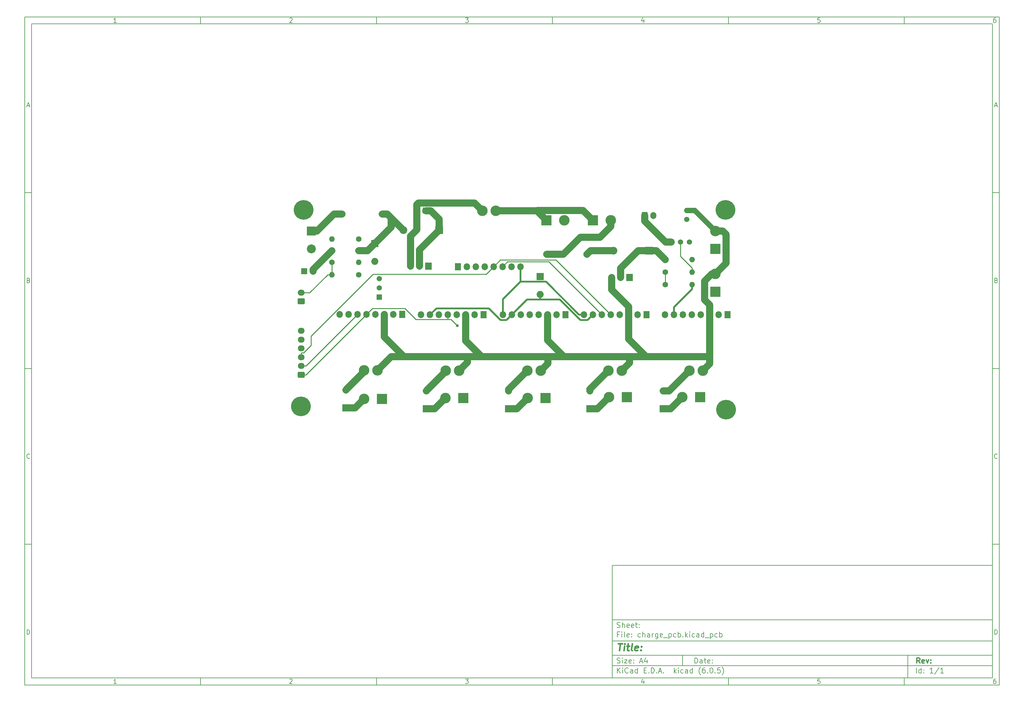
<source format=gbl>
G04 #@! TF.GenerationSoftware,KiCad,Pcbnew,(6.0.5)*
G04 #@! TF.CreationDate,2023-12-06T19:00:39+01:00*
G04 #@! TF.ProjectId,charge_pcb,63686172-6765-45f7-9063-622e6b696361,rev?*
G04 #@! TF.SameCoordinates,Original*
G04 #@! TF.FileFunction,Copper,L2,Bot*
G04 #@! TF.FilePolarity,Positive*
%FSLAX46Y46*%
G04 Gerber Fmt 4.6, Leading zero omitted, Abs format (unit mm)*
G04 Created by KiCad (PCBNEW (6.0.5)) date 2023-12-06 19:00:39*
%MOMM*%
%LPD*%
G01*
G04 APERTURE LIST*
G04 Aperture macros list*
%AMRoundRect*
0 Rectangle with rounded corners*
0 $1 Rounding radius*
0 $2 $3 $4 $5 $6 $7 $8 $9 X,Y pos of 4 corners*
0 Add a 4 corners polygon primitive as box body*
4,1,4,$2,$3,$4,$5,$6,$7,$8,$9,$2,$3,0*
0 Add four circle primitives for the rounded corners*
1,1,$1+$1,$2,$3*
1,1,$1+$1,$4,$5*
1,1,$1+$1,$6,$7*
1,1,$1+$1,$8,$9*
0 Add four rect primitives between the rounded corners*
20,1,$1+$1,$2,$3,$4,$5,0*
20,1,$1+$1,$4,$5,$6,$7,0*
20,1,$1+$1,$6,$7,$8,$9,0*
20,1,$1+$1,$8,$9,$2,$3,0*%
G04 Aperture macros list end*
%ADD10C,0.100000*%
%ADD11C,0.150000*%
%ADD12C,0.300000*%
%ADD13C,0.400000*%
G04 #@! TA.AperFunction,ComponentPad*
%ADD14R,2.540000X2.540000*%
G04 #@! TD*
G04 #@! TA.AperFunction,ComponentPad*
%ADD15C,2.540000*%
G04 #@! TD*
G04 #@! TA.AperFunction,ComponentPad*
%ADD16C,1.501140*%
G04 #@! TD*
G04 #@! TA.AperFunction,ComponentPad*
%ADD17R,2.000000X2.000000*%
G04 #@! TD*
G04 #@! TA.AperFunction,ComponentPad*
%ADD18O,2.000000X2.000000*%
G04 #@! TD*
G04 #@! TA.AperFunction,ComponentPad*
%ADD19C,2.000000*%
G04 #@! TD*
G04 #@! TA.AperFunction,ComponentPad*
%ADD20R,3.000000X3.000000*%
G04 #@! TD*
G04 #@! TA.AperFunction,ComponentPad*
%ADD21C,3.000000*%
G04 #@! TD*
G04 #@! TA.AperFunction,ComponentPad*
%ADD22R,1.500000X1.500000*%
G04 #@! TD*
G04 #@! TA.AperFunction,ComponentPad*
%ADD23C,1.500000*%
G04 #@! TD*
G04 #@! TA.AperFunction,ComponentPad*
%ADD24C,1.600000*%
G04 #@! TD*
G04 #@! TA.AperFunction,ComponentPad*
%ADD25O,1.600000X1.600000*%
G04 #@! TD*
G04 #@! TA.AperFunction,ConnectorPad*
%ADD26C,5.600000*%
G04 #@! TD*
G04 #@! TA.AperFunction,ComponentPad*
%ADD27C,3.600000*%
G04 #@! TD*
G04 #@! TA.AperFunction,ComponentPad*
%ADD28R,1.905000X2.000000*%
G04 #@! TD*
G04 #@! TA.AperFunction,ComponentPad*
%ADD29O,1.905000X2.000000*%
G04 #@! TD*
G04 #@! TA.AperFunction,ComponentPad*
%ADD30RoundRect,0.250000X0.725000X-0.600000X0.725000X0.600000X-0.725000X0.600000X-0.725000X-0.600000X0*%
G04 #@! TD*
G04 #@! TA.AperFunction,ComponentPad*
%ADD31O,1.950000X1.700000*%
G04 #@! TD*
G04 #@! TA.AperFunction,ComponentPad*
%ADD32RoundRect,0.250000X0.750000X-0.600000X0.750000X0.600000X-0.750000X0.600000X-0.750000X-0.600000X0*%
G04 #@! TD*
G04 #@! TA.AperFunction,ComponentPad*
%ADD33O,2.000000X1.700000*%
G04 #@! TD*
G04 #@! TA.AperFunction,ComponentPad*
%ADD34RoundRect,0.250000X-0.600000X-0.750000X0.600000X-0.750000X0.600000X0.750000X-0.600000X0.750000X0*%
G04 #@! TD*
G04 #@! TA.AperFunction,ComponentPad*
%ADD35O,1.700000X2.000000*%
G04 #@! TD*
G04 #@! TA.AperFunction,ComponentPad*
%ADD36R,1.800000X2.000000*%
G04 #@! TD*
G04 #@! TA.AperFunction,ComponentPad*
%ADD37O,1.800000X2.000000*%
G04 #@! TD*
G04 #@! TA.AperFunction,ComponentPad*
%ADD38O,3.000000X3.000000*%
G04 #@! TD*
G04 #@! TA.AperFunction,ComponentPad*
%ADD39R,1.700000X1.700000*%
G04 #@! TD*
G04 #@! TA.AperFunction,ComponentPad*
%ADD40O,1.700000X1.700000*%
G04 #@! TD*
G04 #@! TA.AperFunction,ComponentPad*
%ADD41R,1.800000X1.800000*%
G04 #@! TD*
G04 #@! TA.AperFunction,ComponentPad*
%ADD42C,1.800000*%
G04 #@! TD*
G04 #@! TA.AperFunction,ComponentPad*
%ADD43R,2.200000X2.200000*%
G04 #@! TD*
G04 #@! TA.AperFunction,ComponentPad*
%ADD44O,2.200000X2.200000*%
G04 #@! TD*
G04 #@! TA.AperFunction,ViaPad*
%ADD45C,0.800000*%
G04 #@! TD*
G04 #@! TA.AperFunction,Conductor*
%ADD46C,1.500000*%
G04 #@! TD*
G04 #@! TA.AperFunction,Conductor*
%ADD47C,2.000000*%
G04 #@! TD*
G04 #@! TA.AperFunction,Conductor*
%ADD48C,0.254000*%
G04 #@! TD*
G04 #@! TA.AperFunction,Conductor*
%ADD49C,0.500000*%
G04 #@! TD*
G04 APERTURE END LIST*
D10*
D11*
X177002200Y-166007200D02*
X177002200Y-198007200D01*
X285002200Y-198007200D01*
X285002200Y-166007200D01*
X177002200Y-166007200D01*
D10*
D11*
X10000000Y-10000000D02*
X10000000Y-200007200D01*
X287002200Y-200007200D01*
X287002200Y-10000000D01*
X10000000Y-10000000D01*
D10*
D11*
X12000000Y-12000000D02*
X12000000Y-198007200D01*
X285002200Y-198007200D01*
X285002200Y-12000000D01*
X12000000Y-12000000D01*
D10*
D11*
X60000000Y-12000000D02*
X60000000Y-10000000D01*
D10*
D11*
X110000000Y-12000000D02*
X110000000Y-10000000D01*
D10*
D11*
X160000000Y-12000000D02*
X160000000Y-10000000D01*
D10*
D11*
X210000000Y-12000000D02*
X210000000Y-10000000D01*
D10*
D11*
X260000000Y-12000000D02*
X260000000Y-10000000D01*
D10*
D11*
X36065476Y-11588095D02*
X35322619Y-11588095D01*
X35694047Y-11588095D02*
X35694047Y-10288095D01*
X35570238Y-10473809D01*
X35446428Y-10597619D01*
X35322619Y-10659523D01*
D10*
D11*
X85322619Y-10411904D02*
X85384523Y-10350000D01*
X85508333Y-10288095D01*
X85817857Y-10288095D01*
X85941666Y-10350000D01*
X86003571Y-10411904D01*
X86065476Y-10535714D01*
X86065476Y-10659523D01*
X86003571Y-10845238D01*
X85260714Y-11588095D01*
X86065476Y-11588095D01*
D10*
D11*
X135260714Y-10288095D02*
X136065476Y-10288095D01*
X135632142Y-10783333D01*
X135817857Y-10783333D01*
X135941666Y-10845238D01*
X136003571Y-10907142D01*
X136065476Y-11030952D01*
X136065476Y-11340476D01*
X136003571Y-11464285D01*
X135941666Y-11526190D01*
X135817857Y-11588095D01*
X135446428Y-11588095D01*
X135322619Y-11526190D01*
X135260714Y-11464285D01*
D10*
D11*
X185941666Y-10721428D02*
X185941666Y-11588095D01*
X185632142Y-10226190D02*
X185322619Y-11154761D01*
X186127380Y-11154761D01*
D10*
D11*
X236003571Y-10288095D02*
X235384523Y-10288095D01*
X235322619Y-10907142D01*
X235384523Y-10845238D01*
X235508333Y-10783333D01*
X235817857Y-10783333D01*
X235941666Y-10845238D01*
X236003571Y-10907142D01*
X236065476Y-11030952D01*
X236065476Y-11340476D01*
X236003571Y-11464285D01*
X235941666Y-11526190D01*
X235817857Y-11588095D01*
X235508333Y-11588095D01*
X235384523Y-11526190D01*
X235322619Y-11464285D01*
D10*
D11*
X285941666Y-10288095D02*
X285694047Y-10288095D01*
X285570238Y-10350000D01*
X285508333Y-10411904D01*
X285384523Y-10597619D01*
X285322619Y-10845238D01*
X285322619Y-11340476D01*
X285384523Y-11464285D01*
X285446428Y-11526190D01*
X285570238Y-11588095D01*
X285817857Y-11588095D01*
X285941666Y-11526190D01*
X286003571Y-11464285D01*
X286065476Y-11340476D01*
X286065476Y-11030952D01*
X286003571Y-10907142D01*
X285941666Y-10845238D01*
X285817857Y-10783333D01*
X285570238Y-10783333D01*
X285446428Y-10845238D01*
X285384523Y-10907142D01*
X285322619Y-11030952D01*
D10*
D11*
X60000000Y-198007200D02*
X60000000Y-200007200D01*
D10*
D11*
X110000000Y-198007200D02*
X110000000Y-200007200D01*
D10*
D11*
X160000000Y-198007200D02*
X160000000Y-200007200D01*
D10*
D11*
X210000000Y-198007200D02*
X210000000Y-200007200D01*
D10*
D11*
X260000000Y-198007200D02*
X260000000Y-200007200D01*
D10*
D11*
X36065476Y-199595295D02*
X35322619Y-199595295D01*
X35694047Y-199595295D02*
X35694047Y-198295295D01*
X35570238Y-198481009D01*
X35446428Y-198604819D01*
X35322619Y-198666723D01*
D10*
D11*
X85322619Y-198419104D02*
X85384523Y-198357200D01*
X85508333Y-198295295D01*
X85817857Y-198295295D01*
X85941666Y-198357200D01*
X86003571Y-198419104D01*
X86065476Y-198542914D01*
X86065476Y-198666723D01*
X86003571Y-198852438D01*
X85260714Y-199595295D01*
X86065476Y-199595295D01*
D10*
D11*
X135260714Y-198295295D02*
X136065476Y-198295295D01*
X135632142Y-198790533D01*
X135817857Y-198790533D01*
X135941666Y-198852438D01*
X136003571Y-198914342D01*
X136065476Y-199038152D01*
X136065476Y-199347676D01*
X136003571Y-199471485D01*
X135941666Y-199533390D01*
X135817857Y-199595295D01*
X135446428Y-199595295D01*
X135322619Y-199533390D01*
X135260714Y-199471485D01*
D10*
D11*
X185941666Y-198728628D02*
X185941666Y-199595295D01*
X185632142Y-198233390D02*
X185322619Y-199161961D01*
X186127380Y-199161961D01*
D10*
D11*
X236003571Y-198295295D02*
X235384523Y-198295295D01*
X235322619Y-198914342D01*
X235384523Y-198852438D01*
X235508333Y-198790533D01*
X235817857Y-198790533D01*
X235941666Y-198852438D01*
X236003571Y-198914342D01*
X236065476Y-199038152D01*
X236065476Y-199347676D01*
X236003571Y-199471485D01*
X235941666Y-199533390D01*
X235817857Y-199595295D01*
X235508333Y-199595295D01*
X235384523Y-199533390D01*
X235322619Y-199471485D01*
D10*
D11*
X285941666Y-198295295D02*
X285694047Y-198295295D01*
X285570238Y-198357200D01*
X285508333Y-198419104D01*
X285384523Y-198604819D01*
X285322619Y-198852438D01*
X285322619Y-199347676D01*
X285384523Y-199471485D01*
X285446428Y-199533390D01*
X285570238Y-199595295D01*
X285817857Y-199595295D01*
X285941666Y-199533390D01*
X286003571Y-199471485D01*
X286065476Y-199347676D01*
X286065476Y-199038152D01*
X286003571Y-198914342D01*
X285941666Y-198852438D01*
X285817857Y-198790533D01*
X285570238Y-198790533D01*
X285446428Y-198852438D01*
X285384523Y-198914342D01*
X285322619Y-199038152D01*
D10*
D11*
X10000000Y-60000000D02*
X12000000Y-60000000D01*
D10*
D11*
X10000000Y-110000000D02*
X12000000Y-110000000D01*
D10*
D11*
X10000000Y-160000000D02*
X12000000Y-160000000D01*
D10*
D11*
X10690476Y-35216666D02*
X11309523Y-35216666D01*
X10566666Y-35588095D02*
X11000000Y-34288095D01*
X11433333Y-35588095D01*
D10*
D11*
X11092857Y-84907142D02*
X11278571Y-84969047D01*
X11340476Y-85030952D01*
X11402380Y-85154761D01*
X11402380Y-85340476D01*
X11340476Y-85464285D01*
X11278571Y-85526190D01*
X11154761Y-85588095D01*
X10659523Y-85588095D01*
X10659523Y-84288095D01*
X11092857Y-84288095D01*
X11216666Y-84350000D01*
X11278571Y-84411904D01*
X11340476Y-84535714D01*
X11340476Y-84659523D01*
X11278571Y-84783333D01*
X11216666Y-84845238D01*
X11092857Y-84907142D01*
X10659523Y-84907142D01*
D10*
D11*
X11402380Y-135464285D02*
X11340476Y-135526190D01*
X11154761Y-135588095D01*
X11030952Y-135588095D01*
X10845238Y-135526190D01*
X10721428Y-135402380D01*
X10659523Y-135278571D01*
X10597619Y-135030952D01*
X10597619Y-134845238D01*
X10659523Y-134597619D01*
X10721428Y-134473809D01*
X10845238Y-134350000D01*
X11030952Y-134288095D01*
X11154761Y-134288095D01*
X11340476Y-134350000D01*
X11402380Y-134411904D01*
D10*
D11*
X10659523Y-185588095D02*
X10659523Y-184288095D01*
X10969047Y-184288095D01*
X11154761Y-184350000D01*
X11278571Y-184473809D01*
X11340476Y-184597619D01*
X11402380Y-184845238D01*
X11402380Y-185030952D01*
X11340476Y-185278571D01*
X11278571Y-185402380D01*
X11154761Y-185526190D01*
X10969047Y-185588095D01*
X10659523Y-185588095D01*
D10*
D11*
X287002200Y-60000000D02*
X285002200Y-60000000D01*
D10*
D11*
X287002200Y-110000000D02*
X285002200Y-110000000D01*
D10*
D11*
X287002200Y-160000000D02*
X285002200Y-160000000D01*
D10*
D11*
X285692676Y-35216666D02*
X286311723Y-35216666D01*
X285568866Y-35588095D02*
X286002200Y-34288095D01*
X286435533Y-35588095D01*
D10*
D11*
X286095057Y-84907142D02*
X286280771Y-84969047D01*
X286342676Y-85030952D01*
X286404580Y-85154761D01*
X286404580Y-85340476D01*
X286342676Y-85464285D01*
X286280771Y-85526190D01*
X286156961Y-85588095D01*
X285661723Y-85588095D01*
X285661723Y-84288095D01*
X286095057Y-84288095D01*
X286218866Y-84350000D01*
X286280771Y-84411904D01*
X286342676Y-84535714D01*
X286342676Y-84659523D01*
X286280771Y-84783333D01*
X286218866Y-84845238D01*
X286095057Y-84907142D01*
X285661723Y-84907142D01*
D10*
D11*
X286404580Y-135464285D02*
X286342676Y-135526190D01*
X286156961Y-135588095D01*
X286033152Y-135588095D01*
X285847438Y-135526190D01*
X285723628Y-135402380D01*
X285661723Y-135278571D01*
X285599819Y-135030952D01*
X285599819Y-134845238D01*
X285661723Y-134597619D01*
X285723628Y-134473809D01*
X285847438Y-134350000D01*
X286033152Y-134288095D01*
X286156961Y-134288095D01*
X286342676Y-134350000D01*
X286404580Y-134411904D01*
D10*
D11*
X285661723Y-185588095D02*
X285661723Y-184288095D01*
X285971247Y-184288095D01*
X286156961Y-184350000D01*
X286280771Y-184473809D01*
X286342676Y-184597619D01*
X286404580Y-184845238D01*
X286404580Y-185030952D01*
X286342676Y-185278571D01*
X286280771Y-185402380D01*
X286156961Y-185526190D01*
X285971247Y-185588095D01*
X285661723Y-185588095D01*
D10*
D11*
X200434342Y-193785771D02*
X200434342Y-192285771D01*
X200791485Y-192285771D01*
X201005771Y-192357200D01*
X201148628Y-192500057D01*
X201220057Y-192642914D01*
X201291485Y-192928628D01*
X201291485Y-193142914D01*
X201220057Y-193428628D01*
X201148628Y-193571485D01*
X201005771Y-193714342D01*
X200791485Y-193785771D01*
X200434342Y-193785771D01*
X202577200Y-193785771D02*
X202577200Y-193000057D01*
X202505771Y-192857200D01*
X202362914Y-192785771D01*
X202077200Y-192785771D01*
X201934342Y-192857200D01*
X202577200Y-193714342D02*
X202434342Y-193785771D01*
X202077200Y-193785771D01*
X201934342Y-193714342D01*
X201862914Y-193571485D01*
X201862914Y-193428628D01*
X201934342Y-193285771D01*
X202077200Y-193214342D01*
X202434342Y-193214342D01*
X202577200Y-193142914D01*
X203077200Y-192785771D02*
X203648628Y-192785771D01*
X203291485Y-192285771D02*
X203291485Y-193571485D01*
X203362914Y-193714342D01*
X203505771Y-193785771D01*
X203648628Y-193785771D01*
X204720057Y-193714342D02*
X204577200Y-193785771D01*
X204291485Y-193785771D01*
X204148628Y-193714342D01*
X204077200Y-193571485D01*
X204077200Y-193000057D01*
X204148628Y-192857200D01*
X204291485Y-192785771D01*
X204577200Y-192785771D01*
X204720057Y-192857200D01*
X204791485Y-193000057D01*
X204791485Y-193142914D01*
X204077200Y-193285771D01*
X205434342Y-193642914D02*
X205505771Y-193714342D01*
X205434342Y-193785771D01*
X205362914Y-193714342D01*
X205434342Y-193642914D01*
X205434342Y-193785771D01*
X205434342Y-192857200D02*
X205505771Y-192928628D01*
X205434342Y-193000057D01*
X205362914Y-192928628D01*
X205434342Y-192857200D01*
X205434342Y-193000057D01*
D10*
D11*
X177002200Y-194507200D02*
X285002200Y-194507200D01*
D10*
D11*
X178434342Y-196585771D02*
X178434342Y-195085771D01*
X179291485Y-196585771D02*
X178648628Y-195728628D01*
X179291485Y-195085771D02*
X178434342Y-195942914D01*
X179934342Y-196585771D02*
X179934342Y-195585771D01*
X179934342Y-195085771D02*
X179862914Y-195157200D01*
X179934342Y-195228628D01*
X180005771Y-195157200D01*
X179934342Y-195085771D01*
X179934342Y-195228628D01*
X181505771Y-196442914D02*
X181434342Y-196514342D01*
X181220057Y-196585771D01*
X181077200Y-196585771D01*
X180862914Y-196514342D01*
X180720057Y-196371485D01*
X180648628Y-196228628D01*
X180577200Y-195942914D01*
X180577200Y-195728628D01*
X180648628Y-195442914D01*
X180720057Y-195300057D01*
X180862914Y-195157200D01*
X181077200Y-195085771D01*
X181220057Y-195085771D01*
X181434342Y-195157200D01*
X181505771Y-195228628D01*
X182791485Y-196585771D02*
X182791485Y-195800057D01*
X182720057Y-195657200D01*
X182577200Y-195585771D01*
X182291485Y-195585771D01*
X182148628Y-195657200D01*
X182791485Y-196514342D02*
X182648628Y-196585771D01*
X182291485Y-196585771D01*
X182148628Y-196514342D01*
X182077200Y-196371485D01*
X182077200Y-196228628D01*
X182148628Y-196085771D01*
X182291485Y-196014342D01*
X182648628Y-196014342D01*
X182791485Y-195942914D01*
X184148628Y-196585771D02*
X184148628Y-195085771D01*
X184148628Y-196514342D02*
X184005771Y-196585771D01*
X183720057Y-196585771D01*
X183577200Y-196514342D01*
X183505771Y-196442914D01*
X183434342Y-196300057D01*
X183434342Y-195871485D01*
X183505771Y-195728628D01*
X183577200Y-195657200D01*
X183720057Y-195585771D01*
X184005771Y-195585771D01*
X184148628Y-195657200D01*
X186005771Y-195800057D02*
X186505771Y-195800057D01*
X186720057Y-196585771D02*
X186005771Y-196585771D01*
X186005771Y-195085771D01*
X186720057Y-195085771D01*
X187362914Y-196442914D02*
X187434342Y-196514342D01*
X187362914Y-196585771D01*
X187291485Y-196514342D01*
X187362914Y-196442914D01*
X187362914Y-196585771D01*
X188077200Y-196585771D02*
X188077200Y-195085771D01*
X188434342Y-195085771D01*
X188648628Y-195157200D01*
X188791485Y-195300057D01*
X188862914Y-195442914D01*
X188934342Y-195728628D01*
X188934342Y-195942914D01*
X188862914Y-196228628D01*
X188791485Y-196371485D01*
X188648628Y-196514342D01*
X188434342Y-196585771D01*
X188077200Y-196585771D01*
X189577200Y-196442914D02*
X189648628Y-196514342D01*
X189577200Y-196585771D01*
X189505771Y-196514342D01*
X189577200Y-196442914D01*
X189577200Y-196585771D01*
X190220057Y-196157200D02*
X190934342Y-196157200D01*
X190077200Y-196585771D02*
X190577200Y-195085771D01*
X191077200Y-196585771D01*
X191577200Y-196442914D02*
X191648628Y-196514342D01*
X191577200Y-196585771D01*
X191505771Y-196514342D01*
X191577200Y-196442914D01*
X191577200Y-196585771D01*
X194577200Y-196585771D02*
X194577200Y-195085771D01*
X194720057Y-196014342D02*
X195148628Y-196585771D01*
X195148628Y-195585771D02*
X194577200Y-196157200D01*
X195791485Y-196585771D02*
X195791485Y-195585771D01*
X195791485Y-195085771D02*
X195720057Y-195157200D01*
X195791485Y-195228628D01*
X195862914Y-195157200D01*
X195791485Y-195085771D01*
X195791485Y-195228628D01*
X197148628Y-196514342D02*
X197005771Y-196585771D01*
X196720057Y-196585771D01*
X196577200Y-196514342D01*
X196505771Y-196442914D01*
X196434342Y-196300057D01*
X196434342Y-195871485D01*
X196505771Y-195728628D01*
X196577200Y-195657200D01*
X196720057Y-195585771D01*
X197005771Y-195585771D01*
X197148628Y-195657200D01*
X198434342Y-196585771D02*
X198434342Y-195800057D01*
X198362914Y-195657200D01*
X198220057Y-195585771D01*
X197934342Y-195585771D01*
X197791485Y-195657200D01*
X198434342Y-196514342D02*
X198291485Y-196585771D01*
X197934342Y-196585771D01*
X197791485Y-196514342D01*
X197720057Y-196371485D01*
X197720057Y-196228628D01*
X197791485Y-196085771D01*
X197934342Y-196014342D01*
X198291485Y-196014342D01*
X198434342Y-195942914D01*
X199791485Y-196585771D02*
X199791485Y-195085771D01*
X199791485Y-196514342D02*
X199648628Y-196585771D01*
X199362914Y-196585771D01*
X199220057Y-196514342D01*
X199148628Y-196442914D01*
X199077200Y-196300057D01*
X199077200Y-195871485D01*
X199148628Y-195728628D01*
X199220057Y-195657200D01*
X199362914Y-195585771D01*
X199648628Y-195585771D01*
X199791485Y-195657200D01*
X202077200Y-197157200D02*
X202005771Y-197085771D01*
X201862914Y-196871485D01*
X201791485Y-196728628D01*
X201720057Y-196514342D01*
X201648628Y-196157200D01*
X201648628Y-195871485D01*
X201720057Y-195514342D01*
X201791485Y-195300057D01*
X201862914Y-195157200D01*
X202005771Y-194942914D01*
X202077200Y-194871485D01*
X203291485Y-195085771D02*
X203005771Y-195085771D01*
X202862914Y-195157200D01*
X202791485Y-195228628D01*
X202648628Y-195442914D01*
X202577200Y-195728628D01*
X202577200Y-196300057D01*
X202648628Y-196442914D01*
X202720057Y-196514342D01*
X202862914Y-196585771D01*
X203148628Y-196585771D01*
X203291485Y-196514342D01*
X203362914Y-196442914D01*
X203434342Y-196300057D01*
X203434342Y-195942914D01*
X203362914Y-195800057D01*
X203291485Y-195728628D01*
X203148628Y-195657200D01*
X202862914Y-195657200D01*
X202720057Y-195728628D01*
X202648628Y-195800057D01*
X202577200Y-195942914D01*
X204077200Y-196442914D02*
X204148628Y-196514342D01*
X204077200Y-196585771D01*
X204005771Y-196514342D01*
X204077200Y-196442914D01*
X204077200Y-196585771D01*
X205077200Y-195085771D02*
X205220057Y-195085771D01*
X205362914Y-195157200D01*
X205434342Y-195228628D01*
X205505771Y-195371485D01*
X205577200Y-195657200D01*
X205577200Y-196014342D01*
X205505771Y-196300057D01*
X205434342Y-196442914D01*
X205362914Y-196514342D01*
X205220057Y-196585771D01*
X205077200Y-196585771D01*
X204934342Y-196514342D01*
X204862914Y-196442914D01*
X204791485Y-196300057D01*
X204720057Y-196014342D01*
X204720057Y-195657200D01*
X204791485Y-195371485D01*
X204862914Y-195228628D01*
X204934342Y-195157200D01*
X205077200Y-195085771D01*
X206220057Y-196442914D02*
X206291485Y-196514342D01*
X206220057Y-196585771D01*
X206148628Y-196514342D01*
X206220057Y-196442914D01*
X206220057Y-196585771D01*
X207648628Y-195085771D02*
X206934342Y-195085771D01*
X206862914Y-195800057D01*
X206934342Y-195728628D01*
X207077200Y-195657200D01*
X207434342Y-195657200D01*
X207577200Y-195728628D01*
X207648628Y-195800057D01*
X207720057Y-195942914D01*
X207720057Y-196300057D01*
X207648628Y-196442914D01*
X207577200Y-196514342D01*
X207434342Y-196585771D01*
X207077200Y-196585771D01*
X206934342Y-196514342D01*
X206862914Y-196442914D01*
X208220057Y-197157200D02*
X208291485Y-197085771D01*
X208434342Y-196871485D01*
X208505771Y-196728628D01*
X208577200Y-196514342D01*
X208648628Y-196157200D01*
X208648628Y-195871485D01*
X208577200Y-195514342D01*
X208505771Y-195300057D01*
X208434342Y-195157200D01*
X208291485Y-194942914D01*
X208220057Y-194871485D01*
D10*
D11*
X177002200Y-191507200D02*
X285002200Y-191507200D01*
D10*
D12*
X264411485Y-193785771D02*
X263911485Y-193071485D01*
X263554342Y-193785771D02*
X263554342Y-192285771D01*
X264125771Y-192285771D01*
X264268628Y-192357200D01*
X264340057Y-192428628D01*
X264411485Y-192571485D01*
X264411485Y-192785771D01*
X264340057Y-192928628D01*
X264268628Y-193000057D01*
X264125771Y-193071485D01*
X263554342Y-193071485D01*
X265625771Y-193714342D02*
X265482914Y-193785771D01*
X265197200Y-193785771D01*
X265054342Y-193714342D01*
X264982914Y-193571485D01*
X264982914Y-193000057D01*
X265054342Y-192857200D01*
X265197200Y-192785771D01*
X265482914Y-192785771D01*
X265625771Y-192857200D01*
X265697200Y-193000057D01*
X265697200Y-193142914D01*
X264982914Y-193285771D01*
X266197200Y-192785771D02*
X266554342Y-193785771D01*
X266911485Y-192785771D01*
X267482914Y-193642914D02*
X267554342Y-193714342D01*
X267482914Y-193785771D01*
X267411485Y-193714342D01*
X267482914Y-193642914D01*
X267482914Y-193785771D01*
X267482914Y-192857200D02*
X267554342Y-192928628D01*
X267482914Y-193000057D01*
X267411485Y-192928628D01*
X267482914Y-192857200D01*
X267482914Y-193000057D01*
D10*
D11*
X178362914Y-193714342D02*
X178577200Y-193785771D01*
X178934342Y-193785771D01*
X179077200Y-193714342D01*
X179148628Y-193642914D01*
X179220057Y-193500057D01*
X179220057Y-193357200D01*
X179148628Y-193214342D01*
X179077200Y-193142914D01*
X178934342Y-193071485D01*
X178648628Y-193000057D01*
X178505771Y-192928628D01*
X178434342Y-192857200D01*
X178362914Y-192714342D01*
X178362914Y-192571485D01*
X178434342Y-192428628D01*
X178505771Y-192357200D01*
X178648628Y-192285771D01*
X179005771Y-192285771D01*
X179220057Y-192357200D01*
X179862914Y-193785771D02*
X179862914Y-192785771D01*
X179862914Y-192285771D02*
X179791485Y-192357200D01*
X179862914Y-192428628D01*
X179934342Y-192357200D01*
X179862914Y-192285771D01*
X179862914Y-192428628D01*
X180434342Y-192785771D02*
X181220057Y-192785771D01*
X180434342Y-193785771D01*
X181220057Y-193785771D01*
X182362914Y-193714342D02*
X182220057Y-193785771D01*
X181934342Y-193785771D01*
X181791485Y-193714342D01*
X181720057Y-193571485D01*
X181720057Y-193000057D01*
X181791485Y-192857200D01*
X181934342Y-192785771D01*
X182220057Y-192785771D01*
X182362914Y-192857200D01*
X182434342Y-193000057D01*
X182434342Y-193142914D01*
X181720057Y-193285771D01*
X183077200Y-193642914D02*
X183148628Y-193714342D01*
X183077200Y-193785771D01*
X183005771Y-193714342D01*
X183077200Y-193642914D01*
X183077200Y-193785771D01*
X183077200Y-192857200D02*
X183148628Y-192928628D01*
X183077200Y-193000057D01*
X183005771Y-192928628D01*
X183077200Y-192857200D01*
X183077200Y-193000057D01*
X184862914Y-193357200D02*
X185577200Y-193357200D01*
X184720057Y-193785771D02*
X185220057Y-192285771D01*
X185720057Y-193785771D01*
X186862914Y-192785771D02*
X186862914Y-193785771D01*
X186505771Y-192214342D02*
X186148628Y-193285771D01*
X187077200Y-193285771D01*
D10*
D11*
X263434342Y-196585771D02*
X263434342Y-195085771D01*
X264791485Y-196585771D02*
X264791485Y-195085771D01*
X264791485Y-196514342D02*
X264648628Y-196585771D01*
X264362914Y-196585771D01*
X264220057Y-196514342D01*
X264148628Y-196442914D01*
X264077200Y-196300057D01*
X264077200Y-195871485D01*
X264148628Y-195728628D01*
X264220057Y-195657200D01*
X264362914Y-195585771D01*
X264648628Y-195585771D01*
X264791485Y-195657200D01*
X265505771Y-196442914D02*
X265577200Y-196514342D01*
X265505771Y-196585771D01*
X265434342Y-196514342D01*
X265505771Y-196442914D01*
X265505771Y-196585771D01*
X265505771Y-195657200D02*
X265577200Y-195728628D01*
X265505771Y-195800057D01*
X265434342Y-195728628D01*
X265505771Y-195657200D01*
X265505771Y-195800057D01*
X268148628Y-196585771D02*
X267291485Y-196585771D01*
X267720057Y-196585771D02*
X267720057Y-195085771D01*
X267577200Y-195300057D01*
X267434342Y-195442914D01*
X267291485Y-195514342D01*
X269862914Y-195014342D02*
X268577200Y-196942914D01*
X271148628Y-196585771D02*
X270291485Y-196585771D01*
X270720057Y-196585771D02*
X270720057Y-195085771D01*
X270577200Y-195300057D01*
X270434342Y-195442914D01*
X270291485Y-195514342D01*
D10*
D11*
X177002200Y-187507200D02*
X285002200Y-187507200D01*
D10*
D13*
X178714580Y-188211961D02*
X179857438Y-188211961D01*
X179036009Y-190211961D02*
X179286009Y-188211961D01*
X180274104Y-190211961D02*
X180440771Y-188878628D01*
X180524104Y-188211961D02*
X180416961Y-188307200D01*
X180500295Y-188402438D01*
X180607438Y-188307200D01*
X180524104Y-188211961D01*
X180500295Y-188402438D01*
X181107438Y-188878628D02*
X181869342Y-188878628D01*
X181476485Y-188211961D02*
X181262200Y-189926247D01*
X181333628Y-190116723D01*
X181512200Y-190211961D01*
X181702676Y-190211961D01*
X182655057Y-190211961D02*
X182476485Y-190116723D01*
X182405057Y-189926247D01*
X182619342Y-188211961D01*
X184190771Y-190116723D02*
X183988390Y-190211961D01*
X183607438Y-190211961D01*
X183428866Y-190116723D01*
X183357438Y-189926247D01*
X183452676Y-189164342D01*
X183571723Y-188973866D01*
X183774104Y-188878628D01*
X184155057Y-188878628D01*
X184333628Y-188973866D01*
X184405057Y-189164342D01*
X184381247Y-189354819D01*
X183405057Y-189545295D01*
X185155057Y-190021485D02*
X185238390Y-190116723D01*
X185131247Y-190211961D01*
X185047914Y-190116723D01*
X185155057Y-190021485D01*
X185131247Y-190211961D01*
X185286009Y-188973866D02*
X185369342Y-189069104D01*
X185262200Y-189164342D01*
X185178866Y-189069104D01*
X185286009Y-188973866D01*
X185262200Y-189164342D01*
D10*
D11*
X178934342Y-185600057D02*
X178434342Y-185600057D01*
X178434342Y-186385771D02*
X178434342Y-184885771D01*
X179148628Y-184885771D01*
X179720057Y-186385771D02*
X179720057Y-185385771D01*
X179720057Y-184885771D02*
X179648628Y-184957200D01*
X179720057Y-185028628D01*
X179791485Y-184957200D01*
X179720057Y-184885771D01*
X179720057Y-185028628D01*
X180648628Y-186385771D02*
X180505771Y-186314342D01*
X180434342Y-186171485D01*
X180434342Y-184885771D01*
X181791485Y-186314342D02*
X181648628Y-186385771D01*
X181362914Y-186385771D01*
X181220057Y-186314342D01*
X181148628Y-186171485D01*
X181148628Y-185600057D01*
X181220057Y-185457200D01*
X181362914Y-185385771D01*
X181648628Y-185385771D01*
X181791485Y-185457200D01*
X181862914Y-185600057D01*
X181862914Y-185742914D01*
X181148628Y-185885771D01*
X182505771Y-186242914D02*
X182577200Y-186314342D01*
X182505771Y-186385771D01*
X182434342Y-186314342D01*
X182505771Y-186242914D01*
X182505771Y-186385771D01*
X182505771Y-185457200D02*
X182577200Y-185528628D01*
X182505771Y-185600057D01*
X182434342Y-185528628D01*
X182505771Y-185457200D01*
X182505771Y-185600057D01*
X185005771Y-186314342D02*
X184862914Y-186385771D01*
X184577200Y-186385771D01*
X184434342Y-186314342D01*
X184362914Y-186242914D01*
X184291485Y-186100057D01*
X184291485Y-185671485D01*
X184362914Y-185528628D01*
X184434342Y-185457200D01*
X184577200Y-185385771D01*
X184862914Y-185385771D01*
X185005771Y-185457200D01*
X185648628Y-186385771D02*
X185648628Y-184885771D01*
X186291485Y-186385771D02*
X186291485Y-185600057D01*
X186220057Y-185457200D01*
X186077200Y-185385771D01*
X185862914Y-185385771D01*
X185720057Y-185457200D01*
X185648628Y-185528628D01*
X187648628Y-186385771D02*
X187648628Y-185600057D01*
X187577200Y-185457200D01*
X187434342Y-185385771D01*
X187148628Y-185385771D01*
X187005771Y-185457200D01*
X187648628Y-186314342D02*
X187505771Y-186385771D01*
X187148628Y-186385771D01*
X187005771Y-186314342D01*
X186934342Y-186171485D01*
X186934342Y-186028628D01*
X187005771Y-185885771D01*
X187148628Y-185814342D01*
X187505771Y-185814342D01*
X187648628Y-185742914D01*
X188362914Y-186385771D02*
X188362914Y-185385771D01*
X188362914Y-185671485D02*
X188434342Y-185528628D01*
X188505771Y-185457200D01*
X188648628Y-185385771D01*
X188791485Y-185385771D01*
X189934342Y-185385771D02*
X189934342Y-186600057D01*
X189862914Y-186742914D01*
X189791485Y-186814342D01*
X189648628Y-186885771D01*
X189434342Y-186885771D01*
X189291485Y-186814342D01*
X189934342Y-186314342D02*
X189791485Y-186385771D01*
X189505771Y-186385771D01*
X189362914Y-186314342D01*
X189291485Y-186242914D01*
X189220057Y-186100057D01*
X189220057Y-185671485D01*
X189291485Y-185528628D01*
X189362914Y-185457200D01*
X189505771Y-185385771D01*
X189791485Y-185385771D01*
X189934342Y-185457200D01*
X191220057Y-186314342D02*
X191077200Y-186385771D01*
X190791485Y-186385771D01*
X190648628Y-186314342D01*
X190577200Y-186171485D01*
X190577200Y-185600057D01*
X190648628Y-185457200D01*
X190791485Y-185385771D01*
X191077200Y-185385771D01*
X191220057Y-185457200D01*
X191291485Y-185600057D01*
X191291485Y-185742914D01*
X190577200Y-185885771D01*
X191577200Y-186528628D02*
X192720057Y-186528628D01*
X193077200Y-185385771D02*
X193077200Y-186885771D01*
X193077200Y-185457200D02*
X193220057Y-185385771D01*
X193505771Y-185385771D01*
X193648628Y-185457200D01*
X193720057Y-185528628D01*
X193791485Y-185671485D01*
X193791485Y-186100057D01*
X193720057Y-186242914D01*
X193648628Y-186314342D01*
X193505771Y-186385771D01*
X193220057Y-186385771D01*
X193077200Y-186314342D01*
X195077200Y-186314342D02*
X194934342Y-186385771D01*
X194648628Y-186385771D01*
X194505771Y-186314342D01*
X194434342Y-186242914D01*
X194362914Y-186100057D01*
X194362914Y-185671485D01*
X194434342Y-185528628D01*
X194505771Y-185457200D01*
X194648628Y-185385771D01*
X194934342Y-185385771D01*
X195077200Y-185457200D01*
X195720057Y-186385771D02*
X195720057Y-184885771D01*
X195720057Y-185457200D02*
X195862914Y-185385771D01*
X196148628Y-185385771D01*
X196291485Y-185457200D01*
X196362914Y-185528628D01*
X196434342Y-185671485D01*
X196434342Y-186100057D01*
X196362914Y-186242914D01*
X196291485Y-186314342D01*
X196148628Y-186385771D01*
X195862914Y-186385771D01*
X195720057Y-186314342D01*
X197077200Y-186242914D02*
X197148628Y-186314342D01*
X197077200Y-186385771D01*
X197005771Y-186314342D01*
X197077200Y-186242914D01*
X197077200Y-186385771D01*
X197791485Y-186385771D02*
X197791485Y-184885771D01*
X197934342Y-185814342D02*
X198362914Y-186385771D01*
X198362914Y-185385771D02*
X197791485Y-185957200D01*
X199005771Y-186385771D02*
X199005771Y-185385771D01*
X199005771Y-184885771D02*
X198934342Y-184957200D01*
X199005771Y-185028628D01*
X199077200Y-184957200D01*
X199005771Y-184885771D01*
X199005771Y-185028628D01*
X200362914Y-186314342D02*
X200220057Y-186385771D01*
X199934342Y-186385771D01*
X199791485Y-186314342D01*
X199720057Y-186242914D01*
X199648628Y-186100057D01*
X199648628Y-185671485D01*
X199720057Y-185528628D01*
X199791485Y-185457200D01*
X199934342Y-185385771D01*
X200220057Y-185385771D01*
X200362914Y-185457200D01*
X201648628Y-186385771D02*
X201648628Y-185600057D01*
X201577200Y-185457200D01*
X201434342Y-185385771D01*
X201148628Y-185385771D01*
X201005771Y-185457200D01*
X201648628Y-186314342D02*
X201505771Y-186385771D01*
X201148628Y-186385771D01*
X201005771Y-186314342D01*
X200934342Y-186171485D01*
X200934342Y-186028628D01*
X201005771Y-185885771D01*
X201148628Y-185814342D01*
X201505771Y-185814342D01*
X201648628Y-185742914D01*
X203005771Y-186385771D02*
X203005771Y-184885771D01*
X203005771Y-186314342D02*
X202862914Y-186385771D01*
X202577200Y-186385771D01*
X202434342Y-186314342D01*
X202362914Y-186242914D01*
X202291485Y-186100057D01*
X202291485Y-185671485D01*
X202362914Y-185528628D01*
X202434342Y-185457200D01*
X202577200Y-185385771D01*
X202862914Y-185385771D01*
X203005771Y-185457200D01*
X203362914Y-186528628D02*
X204505771Y-186528628D01*
X204862914Y-185385771D02*
X204862914Y-186885771D01*
X204862914Y-185457200D02*
X205005771Y-185385771D01*
X205291485Y-185385771D01*
X205434342Y-185457200D01*
X205505771Y-185528628D01*
X205577200Y-185671485D01*
X205577200Y-186100057D01*
X205505771Y-186242914D01*
X205434342Y-186314342D01*
X205291485Y-186385771D01*
X205005771Y-186385771D01*
X204862914Y-186314342D01*
X206862914Y-186314342D02*
X206720057Y-186385771D01*
X206434342Y-186385771D01*
X206291485Y-186314342D01*
X206220057Y-186242914D01*
X206148628Y-186100057D01*
X206148628Y-185671485D01*
X206220057Y-185528628D01*
X206291485Y-185457200D01*
X206434342Y-185385771D01*
X206720057Y-185385771D01*
X206862914Y-185457200D01*
X207505771Y-186385771D02*
X207505771Y-184885771D01*
X207505771Y-185457200D02*
X207648628Y-185385771D01*
X207934342Y-185385771D01*
X208077200Y-185457200D01*
X208148628Y-185528628D01*
X208220057Y-185671485D01*
X208220057Y-186100057D01*
X208148628Y-186242914D01*
X208077200Y-186314342D01*
X207934342Y-186385771D01*
X207648628Y-186385771D01*
X207505771Y-186314342D01*
D10*
D11*
X177002200Y-181507200D02*
X285002200Y-181507200D01*
D10*
D11*
X178362914Y-183614342D02*
X178577200Y-183685771D01*
X178934342Y-183685771D01*
X179077200Y-183614342D01*
X179148628Y-183542914D01*
X179220057Y-183400057D01*
X179220057Y-183257200D01*
X179148628Y-183114342D01*
X179077200Y-183042914D01*
X178934342Y-182971485D01*
X178648628Y-182900057D01*
X178505771Y-182828628D01*
X178434342Y-182757200D01*
X178362914Y-182614342D01*
X178362914Y-182471485D01*
X178434342Y-182328628D01*
X178505771Y-182257200D01*
X178648628Y-182185771D01*
X179005771Y-182185771D01*
X179220057Y-182257200D01*
X179862914Y-183685771D02*
X179862914Y-182185771D01*
X180505771Y-183685771D02*
X180505771Y-182900057D01*
X180434342Y-182757200D01*
X180291485Y-182685771D01*
X180077200Y-182685771D01*
X179934342Y-182757200D01*
X179862914Y-182828628D01*
X181791485Y-183614342D02*
X181648628Y-183685771D01*
X181362914Y-183685771D01*
X181220057Y-183614342D01*
X181148628Y-183471485D01*
X181148628Y-182900057D01*
X181220057Y-182757200D01*
X181362914Y-182685771D01*
X181648628Y-182685771D01*
X181791485Y-182757200D01*
X181862914Y-182900057D01*
X181862914Y-183042914D01*
X181148628Y-183185771D01*
X183077200Y-183614342D02*
X182934342Y-183685771D01*
X182648628Y-183685771D01*
X182505771Y-183614342D01*
X182434342Y-183471485D01*
X182434342Y-182900057D01*
X182505771Y-182757200D01*
X182648628Y-182685771D01*
X182934342Y-182685771D01*
X183077200Y-182757200D01*
X183148628Y-182900057D01*
X183148628Y-183042914D01*
X182434342Y-183185771D01*
X183577200Y-182685771D02*
X184148628Y-182685771D01*
X183791485Y-182185771D02*
X183791485Y-183471485D01*
X183862914Y-183614342D01*
X184005771Y-183685771D01*
X184148628Y-183685771D01*
X184648628Y-183542914D02*
X184720057Y-183614342D01*
X184648628Y-183685771D01*
X184577200Y-183614342D01*
X184648628Y-183542914D01*
X184648628Y-183685771D01*
X184648628Y-182757200D02*
X184720057Y-182828628D01*
X184648628Y-182900057D01*
X184577200Y-182828628D01*
X184648628Y-182757200D01*
X184648628Y-182900057D01*
D10*
D12*
D10*
D11*
D10*
D11*
D10*
D11*
D10*
D11*
D10*
D11*
X197002200Y-191507200D02*
X197002200Y-194507200D01*
D10*
D11*
X261002200Y-191507200D02*
X261002200Y-198007200D01*
D14*
X91440000Y-70866000D03*
D15*
X91440000Y-75946000D03*
D16*
X198120000Y-65024000D03*
X198120000Y-67564000D03*
D17*
X109545000Y-74422000D03*
D18*
X109545000Y-79502000D03*
D19*
X111618000Y-66040000D03*
X100218000Y-66040000D03*
X169784000Y-77470000D03*
X158384000Y-77470000D03*
D20*
X111530000Y-118618000D03*
D21*
X106450000Y-118618000D03*
D22*
X110744000Y-89662000D03*
D23*
X110744000Y-87062000D03*
X110744000Y-84462000D03*
D22*
X193742000Y-74035000D03*
D23*
X196342000Y-74035000D03*
X198942000Y-74035000D03*
D24*
X104902000Y-83312000D03*
D25*
X97282000Y-83312000D03*
D24*
X104902000Y-73152000D03*
D25*
X97282000Y-73152000D03*
D24*
X192024000Y-86106000D03*
D25*
X199644000Y-86106000D03*
D24*
X192024000Y-82550000D03*
D25*
X199644000Y-82550000D03*
D26*
X89289000Y-64897000D03*
D27*
X89289000Y-64897000D03*
D26*
X209169000Y-64897000D03*
D27*
X209169000Y-64897000D03*
X209296000Y-121666000D03*
D26*
X209296000Y-121666000D03*
D27*
X88550000Y-120780000D03*
D26*
X88550000Y-120780000D03*
D20*
X181102000Y-118110000D03*
D21*
X176022000Y-118110000D03*
D28*
X181864000Y-84074000D03*
D29*
X179324000Y-84074000D03*
X176784000Y-84074000D03*
D28*
X124714000Y-80843000D03*
D29*
X122174000Y-80843000D03*
X119634000Y-80843000D03*
D30*
X88629000Y-111760000D03*
D31*
X88629000Y-109260000D03*
X88629000Y-106760000D03*
X88629000Y-104260000D03*
X88629000Y-101760000D03*
X88629000Y-99260000D03*
D20*
X134620000Y-118364000D03*
D21*
X129540000Y-118364000D03*
D20*
X158242000Y-67818000D03*
D21*
X163322000Y-67818000D03*
D32*
X88629000Y-90912000D03*
D33*
X88629000Y-88412000D03*
D20*
X171450000Y-67818000D03*
D21*
X176530000Y-67818000D03*
D20*
X157988000Y-118364000D03*
D21*
X152908000Y-118364000D03*
D34*
X186202000Y-66531000D03*
D35*
X188702000Y-66531000D03*
D20*
X201930000Y-118110000D03*
D21*
X196850000Y-118110000D03*
D20*
X206248000Y-75946000D03*
D21*
X206248000Y-70866000D03*
D20*
X206248000Y-88138000D03*
D21*
X206248000Y-83058000D03*
D36*
X140450000Y-94700000D03*
D37*
X137910000Y-94700000D03*
X135370000Y-94700000D03*
X132830000Y-94700000D03*
X130290000Y-94700000D03*
X127750000Y-94700000D03*
X125210000Y-94700000D03*
X122670000Y-94700000D03*
D38*
X133465000Y-110575000D03*
X129655000Y-110575000D03*
D36*
X133096000Y-81026000D03*
D37*
X135636000Y-81026000D03*
X138176000Y-81026000D03*
X140716000Y-81026000D03*
X143256000Y-81026000D03*
X145796000Y-81026000D03*
X148336000Y-81026000D03*
X150876000Y-81026000D03*
D38*
X140081000Y-65151000D03*
X143891000Y-65151000D03*
D36*
X163680000Y-94700000D03*
D37*
X161140000Y-94700000D03*
X158600000Y-94700000D03*
X156060000Y-94700000D03*
X153520000Y-94700000D03*
X150980000Y-94700000D03*
X148440000Y-94700000D03*
X145900000Y-94700000D03*
D38*
X156695000Y-110575000D03*
X152885000Y-110575000D03*
D36*
X186720000Y-94700000D03*
D37*
X184180000Y-94700000D03*
X181640000Y-94700000D03*
X179100000Y-94700000D03*
X176560000Y-94700000D03*
X174020000Y-94700000D03*
X171480000Y-94700000D03*
X168940000Y-94700000D03*
D38*
X179735000Y-110575000D03*
X175925000Y-110575000D03*
D36*
X209750000Y-94700000D03*
D37*
X207210000Y-94700000D03*
X204670000Y-94700000D03*
X202130000Y-94700000D03*
X199590000Y-94700000D03*
X197050000Y-94700000D03*
X194510000Y-94700000D03*
X191970000Y-94700000D03*
D38*
X202765000Y-110575000D03*
X198955000Y-110575000D03*
D24*
X192024000Y-78994000D03*
D25*
X199644000Y-78994000D03*
D24*
X104902000Y-76454000D03*
D25*
X97282000Y-76454000D03*
D39*
X123957000Y-65024000D03*
D40*
X121417000Y-65024000D03*
D17*
X191445000Y-121412000D03*
D18*
X191445000Y-116332000D03*
D17*
X101275000Y-121158000D03*
D18*
X101275000Y-116078000D03*
D17*
X124135000Y-121412000D03*
D18*
X124135000Y-116332000D03*
D17*
X156535000Y-83820000D03*
D18*
X156535000Y-88900000D03*
D36*
X117280000Y-94620000D03*
D37*
X114740000Y-94620000D03*
X112200000Y-94620000D03*
X109660000Y-94620000D03*
X107120000Y-94620000D03*
X104580000Y-94620000D03*
X102040000Y-94620000D03*
X99500000Y-94620000D03*
D38*
X110295000Y-110495000D03*
X106485000Y-110495000D03*
D41*
X89403000Y-82296000D03*
D42*
X91943000Y-82296000D03*
D17*
X147503000Y-121412000D03*
D18*
X147503000Y-116332000D03*
D24*
X97282000Y-79756000D03*
D25*
X104902000Y-79756000D03*
D43*
X187452000Y-76454000D03*
D44*
X177292000Y-76454000D03*
D43*
X127762000Y-70612000D03*
D44*
X117602000Y-70612000D03*
D17*
X170617000Y-121412000D03*
D18*
X170617000Y-116332000D03*
D45*
X132949700Y-97835500D03*
D46*
X200406000Y-65024000D02*
X198120000Y-65024000D01*
D47*
X176774480Y-86604480D02*
X176774480Y-84074000D01*
X176784000Y-87543700D02*
X176784000Y-86614000D01*
X176784000Y-86614000D02*
X176774480Y-86604480D01*
D48*
X196342000Y-78066700D02*
X196342000Y-74035000D01*
X199644000Y-81368700D02*
X196342000Y-78066700D01*
X199644000Y-82550000D02*
X199644000Y-81368700D01*
D47*
X91943000Y-81793000D02*
X91943000Y-82296000D01*
X97282000Y-76454000D02*
X91943000Y-81793000D01*
D49*
X141930700Y-92893100D02*
X127016900Y-92893100D01*
X127016900Y-92893100D02*
X125210000Y-94700000D01*
X169971100Y-96208900D02*
X171480000Y-94700000D01*
X148440000Y-94700000D02*
X146935600Y-96204400D01*
X156535000Y-88900000D02*
X156535000Y-90404300D01*
X194510000Y-92544300D02*
X194510000Y-94700000D01*
X162122600Y-90404300D02*
X167927200Y-96208900D01*
X152735700Y-90404300D02*
X148440000Y-94700000D01*
X156535000Y-90404300D02*
X162122600Y-90404300D01*
X199644000Y-86106000D02*
X199644000Y-87410300D01*
X199644000Y-87410300D02*
X194510000Y-92544300D01*
X156535000Y-90404300D02*
X152735700Y-90404300D01*
X167927200Y-96208900D02*
X169971100Y-96208900D01*
X146935600Y-96204400D02*
X145242000Y-96204400D01*
X145242000Y-96204400D02*
X141930700Y-92893100D01*
D48*
X88629000Y-88412000D02*
X91000700Y-88412000D01*
X97282000Y-79756000D02*
X97282000Y-83312000D01*
X97282000Y-83312000D02*
X96100700Y-83312000D01*
X91000700Y-88412000D02*
X96100700Y-83312000D01*
X192024000Y-82550000D02*
X192024000Y-86106000D01*
D49*
X158160100Y-85324400D02*
X167535700Y-94700000D01*
X150876000Y-85324400D02*
X158160100Y-85324400D01*
X168940000Y-94700000D02*
X167535700Y-94700000D01*
X145900000Y-94700000D02*
X145900000Y-90300400D01*
X150876000Y-81026000D02*
X150876000Y-85324400D01*
X145900000Y-90300400D02*
X150876000Y-85324400D01*
D47*
X181918000Y-108392000D02*
X181918000Y-106626000D01*
X209297511Y-80008489D02*
X209297511Y-71794191D01*
X206248000Y-83058000D02*
X209297511Y-80008489D01*
X135836000Y-108204000D02*
X135836000Y-106626000D01*
X204670000Y-94700000D02*
X204670000Y-106626000D01*
X163268000Y-106626000D02*
X158696000Y-106626000D01*
X204670000Y-106626000D02*
X186636000Y-106626000D01*
X135370000Y-102096000D02*
X139900000Y-106626000D01*
X203198489Y-85091511D02*
X205232000Y-83058000D01*
X208369320Y-70866000D02*
X206248000Y-70866000D01*
X158600000Y-101958000D02*
X163268000Y-106626000D01*
X112200000Y-101024000D02*
X117802000Y-106626000D01*
X181918000Y-106626000D02*
X163268000Y-106626000D01*
X186636000Y-106626000D02*
X181918000Y-106626000D01*
X181640000Y-101630000D02*
X186636000Y-106626000D01*
X158696000Y-108574000D02*
X158696000Y-106626000D01*
X158600000Y-94700000D02*
X158600000Y-101958000D01*
X158696000Y-106626000D02*
X139900000Y-106626000D01*
X181640000Y-92399700D02*
X176784000Y-87543700D01*
X156695000Y-110575000D02*
X158696000Y-108574000D01*
X135370000Y-94700000D02*
X135370000Y-102096000D01*
X114164000Y-106626000D02*
X110295000Y-110495000D01*
X181640000Y-94700000D02*
X181640000Y-92399700D01*
X203198489Y-90428489D02*
X203198489Y-85091511D01*
X204670000Y-91900000D02*
X203198489Y-90428489D01*
X204670000Y-94700000D02*
X204670000Y-91900000D01*
X204670000Y-106626000D02*
X204670000Y-108670000D01*
X112200000Y-94620000D02*
X112200000Y-101024000D01*
X139900000Y-106626000D02*
X135836000Y-106626000D01*
X135836000Y-106626000D02*
X117802000Y-106626000D01*
X209297511Y-71794191D02*
X208369320Y-70866000D01*
X204670000Y-108670000D02*
X202765000Y-110575000D01*
X117802000Y-106626000D02*
X114164000Y-106626000D01*
X205232000Y-83058000D02*
X206248000Y-83058000D01*
D46*
X200406000Y-65024000D02*
X206248000Y-70866000D01*
D47*
X181640000Y-94700000D02*
X181640000Y-101630000D01*
X133465000Y-110575000D02*
X135836000Y-108204000D01*
X179735000Y-110575000D02*
X181918000Y-108392000D01*
D48*
X147214000Y-79608000D02*
X158928000Y-79608000D01*
X145796000Y-81026000D02*
X147214000Y-79608000D01*
X158928000Y-79608000D02*
X174020000Y-94700000D01*
X88629000Y-106760000D02*
X88629000Y-105528700D01*
X89264200Y-105528700D02*
X88629000Y-105528700D01*
X91381100Y-100794200D02*
X91381100Y-103411800D01*
X141137400Y-83144600D02*
X109030700Y-83144600D01*
X160959600Y-79099600D02*
X145182400Y-79099600D01*
X176560000Y-94700000D02*
X160959600Y-79099600D01*
X145182400Y-79099600D02*
X143256000Y-81026000D01*
X91381100Y-103411800D02*
X89264200Y-105528700D01*
X109030700Y-83144600D02*
X91381100Y-100794200D01*
X143256000Y-81026000D02*
X141137400Y-83144600D01*
X104580000Y-94620000D02*
X89985300Y-109214700D01*
X89985300Y-109214700D02*
X89985300Y-109260000D01*
X88629000Y-109260000D02*
X89985300Y-109260000D01*
X130290000Y-96081400D02*
X131195600Y-96081400D01*
X121200000Y-96081300D02*
X130290000Y-96081300D01*
X107120000Y-94620000D02*
X108839700Y-92900300D01*
X89980000Y-111760000D02*
X107120000Y-94620000D01*
X88629000Y-111760000D02*
X89980000Y-111760000D01*
X130290000Y-96081300D02*
X130290000Y-96081400D01*
X118019000Y-92900300D02*
X121200000Y-96081300D01*
X108839700Y-92900300D02*
X118019000Y-92900300D01*
X131195600Y-96081400D02*
X132949700Y-97835500D01*
X130290000Y-94700000D02*
X130290000Y-96081300D01*
D47*
X97917300Y-66040000D02*
X93091300Y-70866000D01*
X91440000Y-70866000D02*
X93091300Y-70866000D01*
X100218000Y-66040000D02*
X97917300Y-66040000D01*
X186202000Y-67155826D02*
X186182000Y-67175826D01*
X186182000Y-67175826D02*
X186182000Y-68072000D01*
X186202000Y-66531000D02*
X186202000Y-67155826D01*
X186182000Y-68072000D02*
X192145000Y-74035000D01*
X192145000Y-74035000D02*
X193742000Y-74035000D01*
X177292000Y-76454000D02*
X170800000Y-76454000D01*
X170800000Y-76454000D02*
X169784000Y-77470000D01*
X114173000Y-69794000D02*
X109545000Y-74422000D01*
X104902000Y-76454000D02*
X107513000Y-76454000D01*
X114173000Y-67183000D02*
X114173000Y-69794000D01*
X114173000Y-67183000D02*
X117602000Y-70612000D01*
X113030000Y-66040000D02*
X114173000Y-67183000D01*
X111618000Y-66040000D02*
X113030000Y-66040000D01*
X107513000Y-76454000D02*
X109545000Y-74422000D01*
X101275000Y-121158000D02*
X103910000Y-121158000D01*
X106450000Y-118618000D02*
X103910000Y-121158000D01*
X106485000Y-110495000D02*
X106485000Y-110868000D01*
X106485000Y-110868000D02*
X101275000Y-116078000D01*
X126492000Y-121412000D02*
X129540000Y-118364000D01*
X124135000Y-121412000D02*
X126492000Y-121412000D01*
X129655000Y-110812000D02*
X124135000Y-116332000D01*
X129655000Y-110575000D02*
X129655000Y-110812000D01*
X152908000Y-118364000D02*
X149860000Y-121412000D01*
X147503000Y-121412000D02*
X149860000Y-121412000D01*
X127762000Y-70612000D02*
X127762000Y-67512000D01*
X122174000Y-76200000D02*
X122174000Y-80843000D01*
X127762000Y-67512000D02*
X125424009Y-65174009D01*
X125424009Y-65174009D02*
X123957000Y-65174009D01*
X127762000Y-70612000D02*
X122174000Y-76200000D01*
X147503000Y-116332000D02*
X147503000Y-115957000D01*
X147503000Y-115957000D02*
X152885000Y-110575000D01*
X155575000Y-65151000D02*
X155661511Y-65064489D01*
X155661511Y-65064489D02*
X168696489Y-65064489D01*
X168696489Y-65064489D02*
X171450000Y-67818000D01*
X143891000Y-65151000D02*
X155575000Y-65151000D01*
X155575000Y-65151000D02*
X158242000Y-67818000D01*
X172720000Y-121412000D02*
X176022000Y-118110000D01*
X170617000Y-121412000D02*
X172720000Y-121412000D01*
X170617000Y-116332000D02*
X170617000Y-115883000D01*
X170617000Y-115883000D02*
X175925000Y-110575000D01*
X193548000Y-121412000D02*
X196850000Y-118110000D01*
X191445000Y-121412000D02*
X193548000Y-121412000D01*
X191445000Y-116332000D02*
X193198000Y-116332000D01*
X193198000Y-116332000D02*
X198955000Y-110575000D01*
X119634000Y-80843000D02*
X119634000Y-72326975D01*
X121853489Y-62920489D02*
X137850489Y-62920489D01*
X137850489Y-62920489D02*
X140081000Y-65151000D01*
X119634000Y-72326975D02*
X121417000Y-70543975D01*
X121417000Y-70543975D02*
X121417000Y-65024000D01*
X121417000Y-63356978D02*
X121853489Y-62920489D01*
X121417000Y-65024000D02*
X121417000Y-63356978D01*
X163068000Y-77470000D02*
X167894000Y-72644000D01*
X167894000Y-72644000D02*
X173482000Y-72644000D01*
X158384000Y-77470000D02*
X163068000Y-77470000D01*
X173482000Y-72644000D02*
X176530000Y-69596000D01*
X176530000Y-69596000D02*
X176530000Y-67818000D01*
X189484000Y-76454000D02*
X192024000Y-78994000D01*
X184352000Y-76454000D02*
X179324000Y-81482000D01*
X179324000Y-81508000D02*
X179324000Y-84100000D01*
X187452000Y-76454000D02*
X184352000Y-76454000D01*
X187452000Y-76454000D02*
X189484000Y-76454000D01*
M02*

</source>
